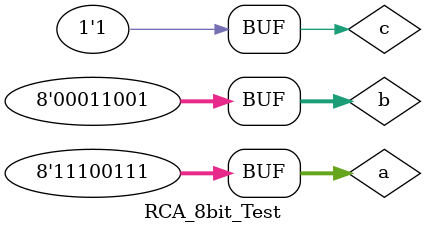
<source format=v>
`timescale 1ns / 1ps


module RCA_8bit_Test;


	// Inputs
	reg [7:0] a;
	reg [7:0] b;
	reg c;
	// Outputs
	wire [7:0] S;
	wire C;

	// Instantiate the Unit Under Test (UUT)
	RCA_8bit uut (
		.a(a),
		.b(b),
		.c(c),
		.S(S),
		.C(C)
	);
	

	initial begin
		$monitor ("a = %d, b = %d, c = %d, S = %d, C = %d", a, b, c, S, C);
		// Initialize Inputs

		a = 8'd153; b = 8'd64; c = 0; // S = 217 C = 0
		#100;
		a = 8'd153; b = 8'd64; c = 1; // S = 218
		#100;
		a = 8'd231; b = 8'd24; c = 0; // S = 255 C = 0
		#100;
		a = 8'd231; b = 8'd24; c = 1; // S = 0 C = 1
		#100;
		a = 8'd231; b = 8'd25; c = 0; // S = 0 C = 1
		#100;
		a = 8'd231; b = 8'd25; c = 1; // S = 1 C = 1
		#100;
	end
      
endmodule


</source>
